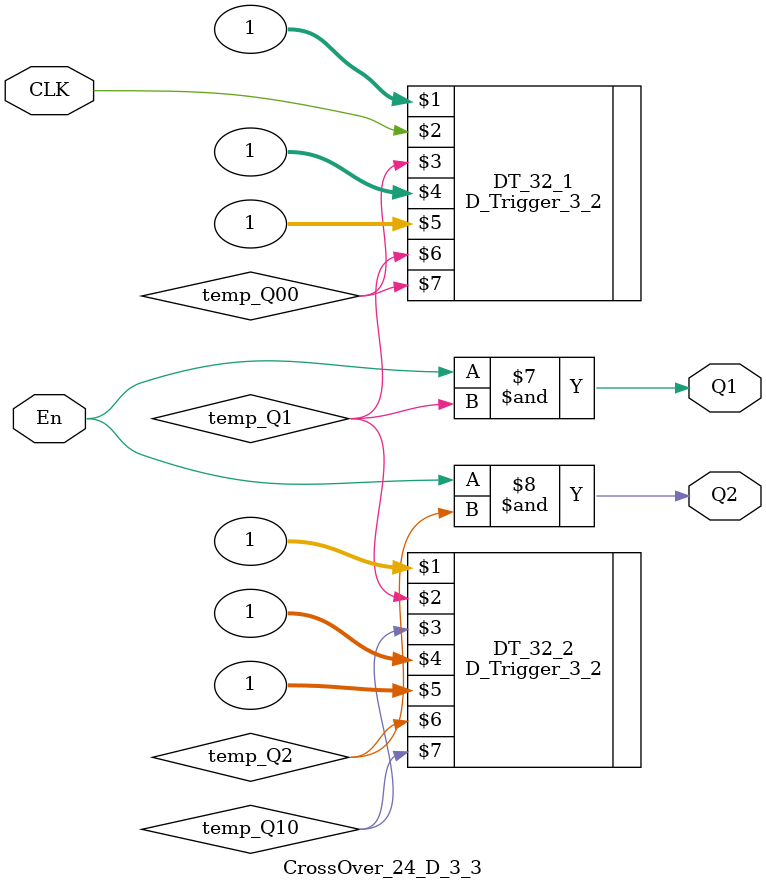
<source format=v>
module CrossOver_24_D_3_3(input En,CLK,output Q1,Q2);
wire temp_Q00,temp_Q10,temp_Q1,temp_Q2;
D_Trigger_3_2   DT_32_1( 1,CLK,temp_Q00,1,1,temp_Q1,temp_Q00);
D_Trigger_3_2   DT_32_2( 1,temp_Q1,temp_Q10,1,1, temp_Q2,temp_Q10);
assign Q1=En&temp_Q1;
assign Q2=En&temp_Q2;
endmodule 
</source>
